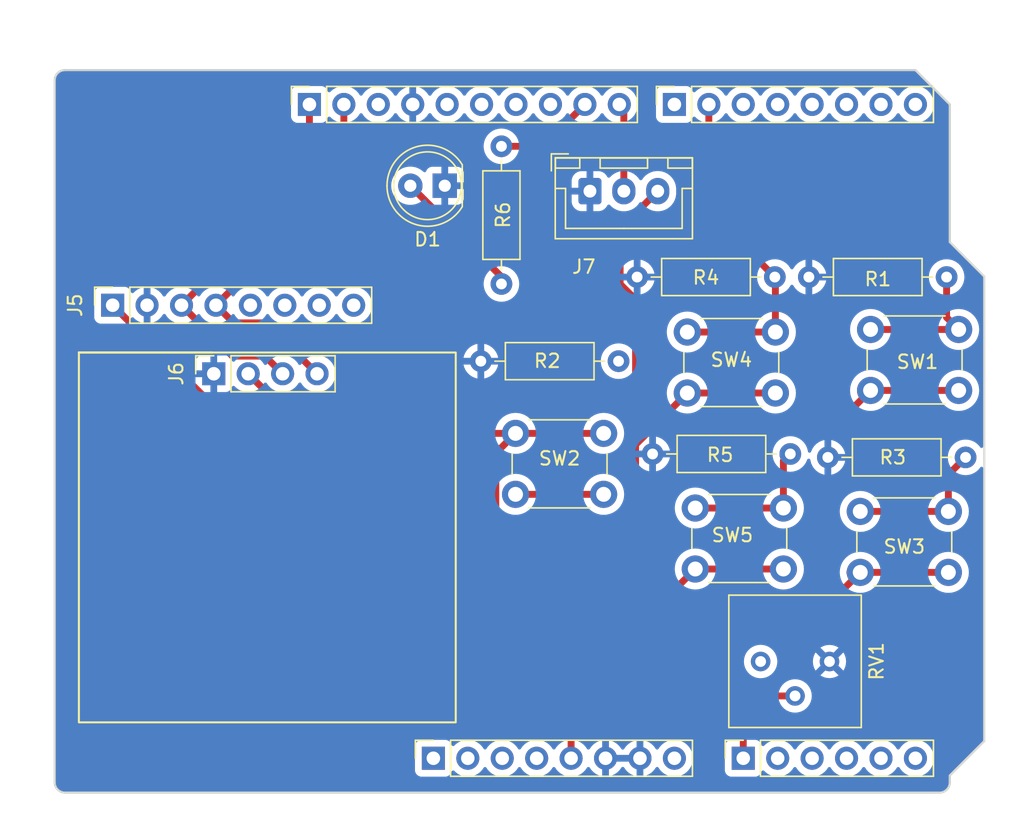
<source format=kicad_pcb>
(kicad_pcb (version 20240108) (generator "pcbnew") (generator_version "8.0")
  (title_block (date "mar. 31 mars 2015"))
  (layers (0 "F.Cu" signal) (31 "B.Cu" signal) (34 "B.Paste" user) (35 "F.Paste" user) (36 "B.SilkS" user "B.Silkscreen") (37 "F.SilkS" user "F.Silkscreen") (38 "B.Mask" user) (39 "F.Mask" user) (44 "Edge.Cuts" user))
  (net 0 "")
  (net 1 "GND")
  (net 3 "+5V")
  (net 4 "/IOREF")
  (net 5 "/A1")
  (net 6 "/A2")
  (net 7 "/A3")
  (net 8 "/SDA{slash}A4")
  (net 9 "/SCL{slash}A5")
  (net 10 "/13")
  (net 11 "/12")
  (net 12 "/AREF")
  (net 13 "/Temp_Digital")
  (net 14 "/7")
  (net 15 "/*11")
  (net 16 "/*10")
  (net 17 "/TX{slash}1")
  (net 18 "/RX{slash}0")
  (net 19 "+3V3")
  (net 20 "VCC")
  (net 21 "/~{RESET}")
  (net 22 "/I2C_SCL")
  (net 23 "/I2C_SDA")
  (net 28 "/Button_onoff")
  (net 29 "/Button_lock")
  (net 30 "/Button_units")
  (net 31 "/Button_cal")
  (net 32 "Net-(D1-A)")
  (net 33 "/LED_Light")
  (net 34 "/Temp_Sensor")
  (footprint "Connector_PinSocket_2.54mm:PinSocket_1x08_P2.54mm_Vertical" (layer "F.Cu") (at 127.94 97.46 90)
    (property "Reference" "J1" (hide yes))
    (property "Value" "Power")
    (fp_line (start 1.33 -1.33) (end 1.33 0) (stroke (width 0.12)) (layer "F.SilkS"))
    (fp_line (start 0 -1.33) (end 1.33 -1.33) (stroke (width 0.12)) (layer "F.SilkS"))
    (fp_line (start 1.33 1.27) (end 1.33 19.11) (stroke (width 0.12)) (layer "F.SilkS"))
    (fp_line (start -1.33 1.27) (end 1.33 1.27) (stroke (width 0.12)) (layer "F.SilkS"))
    (fp_line (start -1.33 1.27) (end -1.33 19.11) (stroke (width 0.12)) (layer "F.SilkS"))
    (fp_line (start -1.33 19.11) (end 1.33 19.11) (stroke (width 0.12)) (layer "F.SilkS"))
    (pad "1" thru_hole rect (at 0 0 90) (size 1.7 1.7) (drill 1) (layers "*.Cu" "*.Mask"))
    (pad "2" thru_hole oval (at 0 2.54 90) (size 1.7 1.7) (drill 1) (layers "*.Cu" "*.Mask") (net 4 "/IOREF"))
    (pad "3" thru_hole oval (at 0 5.08 90) (size 1.7 1.7) (drill 1) (layers "*.Cu" "*.Mask") (net 21 "/~{RESET}"))
    (pad "4" thru_hole oval (at 0 7.62 90) (size 1.7 1.7) (drill 1) (layers "*.Cu" "*.Mask") (net 19 "+3V3"))
    (pad "5" thru_hole oval (at 0 10.16 90) (size 1.7 1.7) (drill 1) (layers "*.Cu" "*.Mask") (net 3 "+5V"))
    (pad "6" thru_hole oval (at 0 12.7 90) (size 1.7 1.7) (drill 1) (layers "*.Cu" "*.Mask") (net 1 "GND"))
    (pad "7" thru_hole oval (at 0 15.24 90) (size 1.7 1.7) (drill 1) (layers "*.Cu" "*.Mask") (net 1 "GND"))
    (pad "8" thru_hole oval (at 0 17.78 90) (size 1.7 1.7) (drill 1) (layers "*.Cu" "*.Mask") (net 20 "VCC"))
  )
  (footprint "Connector_PinSocket_2.54mm:PinSocket_1x06_P2.54mm_Vertical" (layer "F.Cu") (at 150.8 97.46 90)
    (property "Reference" "J3" (hide yes))
    (property "Value" "Analog")
    (fp_line (start 1.33 -1.33) (end 1.33 0) (stroke (width 0.12)) (layer "F.SilkS"))
    (fp_line (start 0 -1.33) (end 1.33 -1.33) (stroke (width 0.12)) (layer "F.SilkS"))
    (fp_line (start 1.33 1.27) (end 1.33 14.03) (stroke (width 0.12)) (layer "F.SilkS"))
    (fp_line (start -1.33 1.27) (end 1.33 1.27) (stroke (width 0.12)) (layer "F.SilkS"))
    (fp_line (start -1.33 1.27) (end -1.33 14.03) (stroke (width 0.12)) (layer "F.SilkS"))
    (fp_line (start -1.33 14.03) (end 1.33 14.03) (stroke (width 0.12)) (layer "F.SilkS"))
    (pad "1" thru_hole rect (at 0 0 90) (size 1.7 1.7) (drill 1) (layers "*.Cu" "*.Mask") (net 34 "/Temp_Sensor"))
    (pad "2" thru_hole oval (at 0 2.54 90) (size 1.7 1.7) (drill 1) (layers "*.Cu" "*.Mask") (net 5 "/A1"))
    (pad "3" thru_hole oval (at 0 5.08 90) (size 1.7 1.7) (drill 1) (layers "*.Cu" "*.Mask") (net 6 "/A2"))
    (pad "4" thru_hole oval (at 0 7.62 90) (size 1.7 1.7) (drill 1) (layers "*.Cu" "*.Mask") (net 7 "/A3"))
    (pad "5" thru_hole oval (at 0 10.16 90) (size 1.7 1.7) (drill 1) (layers "*.Cu" "*.Mask") (net 8 "/SDA{slash}A4"))
    (pad "6" thru_hole oval (at 0 12.7 90) (size 1.7 1.7) (drill 1) (layers "*.Cu" "*.Mask") (net 9 "/SCL{slash}A5"))
  )
  (footprint "Connector_PinSocket_2.54mm:PinSocket_1x10_P2.54mm_Vertical" (layer "F.Cu") (at 118.796 49.2 90)
    (property "Reference" "J2" (hide yes))
    (property "Value" "Digital/PWM")
    (fp_line (start 1.33 -1.33) (end 1.33 0) (stroke (width 0.12)) (layer "F.SilkS"))
    (fp_line (start 0 -1.33) (end 1.33 -1.33) (stroke (width 0.12)) (layer "F.SilkS"))
    (fp_line (start 1.33 1.27) (end 1.33 24.19) (stroke (width 0.12)) (layer "F.SilkS"))
    (fp_line (start -1.33 1.27) (end 1.33 1.27) (stroke (width 0.12)) (layer "F.SilkS"))
    (fp_line (start -1.33 1.27) (end -1.33 24.19) (stroke (width 0.12)) (layer "F.SilkS"))
    (fp_line (start -1.33 24.19) (end 1.33 24.19) (stroke (width 0.12)) (layer "F.SilkS"))
    (pad "1" thru_hole rect (at 0 0 90) (size 1.7 1.7) (drill 1) (layers "*.Cu" "*.Mask") (net 22 "/I2C_SCL"))
    (pad "2" thru_hole oval (at 0 2.54 90) (size 1.7 1.7) (drill 1) (layers "*.Cu" "*.Mask") (net 23 "/I2C_SDA"))
    (pad "3" thru_hole oval (at 0 5.08 90) (size 1.7 1.7) (drill 1) (layers "*.Cu" "*.Mask") (net 12 "/AREF"))
    (pad "4" thru_hole oval (at 0 7.62 90) (size 1.7 1.7) (drill 1) (layers "*.Cu" "*.Mask") (net 1 "GND"))
    (pad "5" thru_hole oval (at 0 10.16 90) (size 1.7 1.7) (drill 1) (layers "*.Cu" "*.Mask") (net 10 "/13"))
    (pad "6" thru_hole oval (at 0 12.7 90) (size 1.7 1.7) (drill 1) (layers "*.Cu" "*.Mask") (net 11 "/12"))
    (pad "7" thru_hole oval (at 0 15.24 90) (size 1.7 1.7) (drill 1) (layers "*.Cu" "*.Mask") (net 15 "/*11"))
    (pad "8" thru_hole oval (at 0 17.78 90) (size 1.7 1.7) (drill 1) (layers "*.Cu" "*.Mask") (net 16 "/*10"))
    (pad "9" thru_hole oval (at 0 20.32 90) (size 1.7 1.7) (drill 1) (layers "*.Cu" "*.Mask") (net 33 "/LED_Light"))
    (pad "10" thru_hole oval (at 0 22.86 90) (size 1.7 1.7) (drill 1) (layers "*.Cu" "*.Mask") (net 13 "/Temp_Digital"))
  )
  (footprint "Connector_PinSocket_2.54mm:PinSocket_1x08_P2.54mm_Vertical" (layer "F.Cu") (at 145.72 49.2 90)
    (property "Reference" "J4" (hide yes))
    (property "Value" "Digital/PWM")
    (fp_line (start 1.33 -1.33) (end 1.33 0) (stroke (width 0.12)) (layer "F.SilkS"))
    (fp_line (start 0 -1.33) (end 1.33 -1.33) (stroke (width 0.12)) (layer "F.SilkS"))
    (fp_line (start 1.33 1.27) (end 1.33 19.11) (stroke (width 0.12)) (layer "F.SilkS"))
    (fp_line (start -1.33 1.27) (end 1.33 1.27) (stroke (width 0.12)) (layer "F.SilkS"))
    (fp_line (start -1.33 1.27) (end -1.33 19.11) (stroke (width 0.12)) (layer "F.SilkS"))
    (fp_line (start -1.33 19.11) (end 1.33 19.11) (stroke (width 0.12)) (layer "F.SilkS"))
    (pad "1" thru_hole rect (at 0 0 90) (size 1.7 1.7) (drill 1) (layers "*.Cu" "*.Mask") (net 14 "/7"))
    (pad "2" thru_hole oval (at 0 2.54 90) (size 1.7 1.7) (drill 1) (layers "*.Cu" "*.Mask") (net 29 "/Button_lock"))
    (pad "3" thru_hole oval (at 0 5.08 90) (size 1.7 1.7) (drill 1) (layers "*.Cu" "*.Mask") (net 31 "/Button_cal"))
    (pad "4" thru_hole oval (at 0 7.62 90) (size 1.7 1.7) (drill 1) (layers "*.Cu" "*.Mask") (net 30 "/Button_units"))
    (pad "5" thru_hole oval (at 0 10.16 90) (size 1.7 1.7) (drill 1) (layers "*.Cu" "*.Mask") (net 29 "/Button_lock"))
    (pad "6" thru_hole oval (at 0 12.7 90) (size 1.7 1.7) (drill 1) (layers "*.Cu" "*.Mask") (net 28 "/Button_onoff"))
    (pad "7" thru_hole oval (at 0 15.24 90) (size 1.7 1.7) (drill 1) (layers "*.Cu" "*.Mask") (net 17 "/TX{slash}1"))
    (pad "8" thru_hole oval (at 0 17.78 90) (size 1.7 1.7) (drill 1) (layers "*.Cu" "*.Mask") (net 18 "/RX{slash}0"))
  )
  (footprint "Button_Switch_THT:SW_PUSH_6mm" (layer "F.Cu") (at 140.5 77.98 180)
    (property "Reference" "SW2" (at 3.25 2.65 360) (layer "F.SilkS"))
    (property "Value" "SW_SPST")
    (fp_line (start 6.75 3) (end 6.75 1.5) (stroke (width 0.12)) (layer "F.SilkS"))
    (fp_line (start 5.5 -1) (end 1 -1) (stroke (width 0.12)) (layer "F.SilkS"))
    (fp_line (start 1 5.5) (end 5.5 5.5) (stroke (width 0.12)) (layer "F.SilkS"))
    (fp_line (start -0.25 1.5) (end -0.25 3) (stroke (width 0.12)) (layer "F.SilkS"))
    (pad "1" thru_hole circle (at 0 0 270) (size 2 2) (drill 1.1) (layers "*.Cu" "*.Mask") (net 30 "/Button_units"))
    (pad "1" thru_hole circle (at 6.5 0 270) (size 2 2) (drill 1.1) (layers "*.Cu" "*.Mask") (net 30 "/Button_units"))
    (pad "2" thru_hole circle (at 0 4.5 270) (size 2 2) (drill 1.1) (layers "*.Cu" "*.Mask") (net 3 "+5V"))
    (pad "2" thru_hole circle (at 6.5 4.5 270) (size 2 2) (drill 1.1) (layers "*.Cu" "*.Mask") (net 3 "+5V"))
  )
  (footprint "Potentiometer_THT:Potentiometer_Bourns_3386P_Vertical" (layer "F.Cu") (at 152.08 90.32 -90)
    (property "Reference" "RV1" (at -0.015 -8.555 90) (layer "F.SilkS"))
    (property "Value" "10k")
    (fp_line (start -4.9 2.345) (end 4.87 2.345) (stroke (width 0.12)) (layer "F.SilkS"))
    (fp_line (start -4.9 -7.425) (end -4.9 2.345) (stroke (width 0.12)) (layer "F.SilkS"))
    (fp_line (start -4.9 -7.425) (end 4.87 -7.425) (stroke (width 0.12)) (layer "F.SilkS"))
    (fp_line (start 4.87 -7.425) (end 4.87 2.345) (stroke (width 0.12)) (layer "F.SilkS"))
    (pad "1" thru_hole circle (at 0 0 270) (size 1.44 1.44) (drill 0.8) (layers "*.Cu" "*.Mask") (net 3 "+5V"))
    (pad "2" thru_hole circle (at 2.54 -2.54 270) (size 1.44 1.44) (drill 0.8) (layers "*.Cu" "*.Mask") (net 34 "/Temp_Sensor"))
    (pad "3" thru_hole circle (at 0 -5.08 270) (size 1.44 1.44) (drill 0.8) (layers "*.Cu" "*.Mask") (net 1 "GND"))
  )
  (footprint "Button_Switch_THT:SW_PUSH_6mm" (layer "F.Cu") (at 160.19 65.81)
    (property "Reference" "SW1" (at 3.46 2.39 0) (layer "F.SilkS"))
    (property "Value" "SW_SPST")
    (fp_line (start -0.25 1.5) (end -0.25 3) (stroke (width 0.12)) (layer "F.SilkS"))
    (fp_line (start 1 5.5) (end 5.5 5.5) (stroke (width 0.12)) (layer "F.SilkS"))
    (fp_line (start 5.5 -1) (end 1 -1) (stroke (width 0.12)) (layer "F.SilkS"))
    (fp_line (start 6.75 3) (end 6.75 1.5) (stroke (width 0.12)) (layer "F.SilkS"))
    (pad "1" thru_hole circle (at 0 0 90) (size 2 2) (drill 1.1) (layers "*.Cu" "*.Mask") (net 28 "/Button_onoff"))
    (pad "1" thru_hole circle (at 6.5 0 90) (size 2 2) (drill 1.1) (layers "*.Cu" "*.Mask") (net 28 "/Button_onoff"))
    (pad "2" thru_hole circle (at 0 4.5 90) (size 2 2) (drill 1.1) (layers "*.Cu" "*.Mask") (net 3 "+5V"))
    (pad "2" thru_hole circle (at 6.5 4.5 90) (size 2 2) (drill 1.1) (layers "*.Cu" "*.Mask") (net 3 "+5V"))
  )
  (footprint "Connector_JST:JST_XH_B3B-XH-A_1x03_P2.50mm_Vertical" (layer "F.Cu") (at 139.49 55.6)
    (property "Reference" "J7" (at -0.45 5.58 360) (layer "F.SilkS"))
    (property "Value" "CONN_TEMP")
    (fp_line (start -2.85 -2.75) (end -2.85 -1.5) (stroke (width 0.12)) (layer "F.SilkS"))
    (fp_line (start -2.56 -2.46) (end -2.56 3.51) (stroke (width 0.12)) (layer "F.SilkS"))
    (fp_line (start -2.56 3.51) (end 7.56 3.51) (stroke (width 0.12)) (layer "F.SilkS"))
    (fp_line (start -2.55 -2.45) (end -2.55 -1.7) (stroke (width 0.12)) (layer "F.SilkS"))
    (fp_line (start -2.55 -1.7) (end -0.75 -1.7) (stroke (width 0.12)) (layer "F.SilkS"))
    (fp_line (start -2.55 -0.2) (end -1.8 -0.2) (stroke (width 0.12)) (layer "F.SilkS"))
    (fp_line (start -1.8 -0.2) (end -1.8 2.75) (stroke (width 0.12)) (layer "F.SilkS"))
    (fp_line (start -1.8 2.75) (end 2.5 2.75) (stroke (width 0.12)) (layer "F.SilkS"))
    (fp_line (start -1.6 -2.75) (end -2.85 -2.75) (stroke (width 0.12)) (layer "F.SilkS"))
    (fp_line (start -0.75 -2.45) (end -2.55 -2.45) (stroke (width 0.12)) (layer "F.SilkS"))
    (fp_line (start -0.75 -1.7) (end -0.75 -2.45) (stroke (width 0.12)) (layer "F.SilkS"))
    (fp_line (start 0.75 -2.45) (end 0.75 -1.7) (stroke (width 0.12)) (layer "F.SilkS"))
    (fp_line (start 0.75 -1.7) (end 4.25 -1.7) (stroke (width 0.12)) (layer "F.SilkS"))
    (fp_line (start 4.25 -2.45) (end 0.75 -2.45) (stroke (width 0.12)) (layer "F.SilkS"))
    (fp_line (start 4.25 -1.7) (end 4.25 -2.45) (stroke (width 0.12)) (layer "F.SilkS"))
    (fp_line (start 5.75 -2.45) (end 5.75 -1.7) (stroke (width 0.12)) (layer "F.SilkS"))
    (fp_line (start 5.75 -1.7) (end 7.55 -1.7) (stroke (width 0.12)) (layer "F.SilkS"))
    (fp_line (start 6.8 -0.2) (end 6.8 2.75) (stroke (width 0.12)) (layer "F.SilkS"))
    (fp_line (start 6.8 2.75) (end 2.5 2.75) (stroke (width 0.12)) (layer "F.SilkS"))
    (fp_line (start 7.55 -2.45) (end 5.75 -2.45) (stroke (width 0.12)) (layer "F.SilkS"))
    (fp_line (start 7.55 -1.7) (end 7.55 -2.45) (stroke (width 0.12)) (layer "F.SilkS"))
    (fp_line (start 7.55 -0.2) (end 6.8 -0.2) (stroke (width 0.12)) (layer "F.SilkS"))
    (fp_line (start 7.56 -2.46) (end -2.56 -2.46) (stroke (width 0.12)) (layer "F.SilkS"))
    (fp_line (start 7.56 3.51) (end 7.56 -2.46) (stroke (width 0.12)) (layer "F.SilkS"))
    (pad "1" thru_hole roundrect (at 0 0) (size 1.7 1.95) (drill 0.95) (layers "*.Cu" "*.Mask") (roundrect_rratio 0.147059) (net 1 "GND"))
    (pad "2" thru_hole oval (at 2.5 0) (size 1.7 1.95) (drill 0.95) (layers "*.Cu" "*.Mask") (net 13 "/Temp_Digital"))
    (pad "3" thru_hole oval (at 5 0) (size 1.7 1.95) (drill 0.95) (layers "*.Cu" "*.Mask") (net 3 "+5V"))
  )
  (footprint "Resistor_THT:R_Axial_DIN0207_L6.3mm_D2.5mm_P10.16mm_Horizontal" (layer "F.Cu") (at 154.27 75 180)
    (property "Reference" "R5" (at 5.18 -0.07 180) (layer "F.SilkS"))
    (property "Value" "100k")
    (fp_line (start 9.12 0) (end 8.35 0) (stroke (width 0.12)) (layer "F.SilkS"))
    (fp_line (start 8.35 1.37) (end 8.35 -1.37) (stroke (width 0.12)) (layer "F.SilkS"))
    (fp_line (start 8.35 -1.37) (end 1.81 -1.37) (stroke (width 0.12)) (layer "F.SilkS"))
    (fp_line (start 1.81 1.37) (end 8.35 1.37) (stroke (width 0.12)) (layer "F.SilkS"))
    (fp_line (start 1.81 -1.37) (end 1.81 1.37) (stroke (width 0.12)) (layer "F.SilkS"))
    (fp_line (start 1.04 0) (end 1.81 0) (stroke (width 0.12)) (layer "F.SilkS"))
    (pad "1" thru_hole circle (at 0 0 180) (size 1.6 1.6) (drill 0.8) (layers "*.Cu" "*.Mask") (net 31 "/Button_cal"))
    (pad "2" thru_hole oval (at 10.16 0 180) (size 1.6 1.6) (drill 0.8) (layers "*.Cu" "*.Mask") (net 1 "GND"))
  )
  (footprint "Resistor_THT:R_Axial_DIN0207_L6.3mm_D2.5mm_P10.16mm_Horizontal" (layer "F.Cu") (at 165.8 61.94 180)
    (property "Reference" "R1" (at 5.07 -0.16 180) (layer "F.SilkS"))
    (property "Value" "100k")
    (fp_line (start 9.12 0) (end 8.35 0) (stroke (width 0.12)) (layer "F.SilkS"))
    (fp_line (start 8.35 1.37) (end 8.35 -1.37) (stroke (width 0.12)) (layer "F.SilkS"))
    (fp_line (start 8.35 -1.37) (end 1.81 -1.37) (stroke (width 0.12)) (layer "F.SilkS"))
    (fp_line (start 1.81 1.37) (end 8.35 1.37) (stroke (width 0.12)) (layer "F.SilkS"))
    (fp_line (start 1.81 -1.37) (end 1.81 1.37) (stroke (width 0.12)) (layer "F.SilkS"))
    (fp_line (start 1.04 0) (end 1.81 0) (stroke (width 0.12)) (layer "F.SilkS"))
    (pad "1" thru_hole circle (at 0 0 180) (size 1.6 1.6) (drill 0.8) (layers "*.Cu" "*.Mask") (net 28 "/Button_onoff"))
    (pad "2" thru_hole oval (at 10.16 0 180) (size 1.6 1.6) (drill 0.8) (layers "*.Cu" "*.Mask") (net 1 "GND"))
  )
  (footprint "Resistor_THT:R_Axial_DIN0207_L6.3mm_D2.5mm_P10.16mm_Horizontal" (layer "F.Cu") (at 141.6 68.15 180)
    (property "Reference" "R2" (at 5.26 0.02 180) (layer "F.SilkS"))
    (property "Value" "100k")
    (fp_line (start 9.12 0) (end 8.35 0) (stroke (width 0.12)) (layer "F.SilkS"))
    (fp_line (start 8.35 1.37) (end 8.35 -1.37) (stroke (width 0.12)) (layer "F.SilkS"))
    (fp_line (start 8.35 -1.37) (end 1.81 -1.37) (stroke (width 0.12)) (layer "F.SilkS"))
    (fp_line (start 1.81 1.37) (end 8.35 1.37) (stroke (width 0.12)) (layer "F.SilkS"))
    (fp_line (start 1.81 -1.37) (end 1.81 1.37) (stroke (width 0.12)) (layer "F.SilkS"))
    (fp_line (start 1.04 0) (end 1.81 0) (stroke (width 0.12)) (layer "F.SilkS"))
    (pad "1" thru_hole circle (at 0 0 180) (size 1.6 1.6) (drill 0.8) (layers "*.Cu" "*.Mask") (net 30 "/Button_units"))
    (pad "2" thru_hole oval (at 10.16 0 180) (size 1.6 1.6) (drill 0.8) (layers "*.Cu" "*.Mask") (net 1 "GND"))
  )
  (footprint "Connector_PinSocket_2.54mm:PinSocket_1x08_P2.54mm_Vertical" (layer "F.Cu") (at 104.28 64.02 90)
    (property "Reference" "J5" (at 0 -2.77 90) (layer "F.SilkS"))
    (property "Value" "CONN_GYRO")
    (fp_line (start 1.33 -1.33) (end 1.33 0) (stroke (width 0.12)) (layer "F.SilkS"))
    (fp_line (start 0 -1.33) (end 1.33 -1.33) (stroke (width 0.12)) (layer "F.SilkS"))
    (fp_line (start 1.33 1.27) (end 1.33 19.11) (stroke (width 0.12)) (layer "F.SilkS"))
    (fp_line (start -1.33 1.27) (end 1.33 1.27) (stroke (width 0.12)) (layer "F.SilkS"))
    (fp_line (start -1.33 1.27) (end -1.33 19.11) (stroke (width 0.12)) (layer "F.SilkS"))
    (fp_line (start -1.33 19.11) (end 1.33 19.11) (stroke (width 0.12)) (layer "F.SilkS"))
    (pad "1" thru_hole rect (at 0 0 90) (size 1.7 1.7) (drill 1) (layers "*.Cu" "*.Mask") (net 3 "+5V"))
    (pad "2" thru_hole oval (at 0 2.54 90) (size 1.7 1.7) (drill 1) (layers "*.Cu" "*.Mask") (net 1 "GND"))
    (pad "3" thru_hole oval (at 0 5.08 90) (size 1.7 1.7) (drill 1) (layers "*.Cu" "*.Mask") (net 22 "/I2C_SCL"))
    (pad "4" thru_hole oval (at 0 7.62 90) (size 1.7 1.7) (drill 1) (layers "*.Cu" "*.Mask") (net 23 "/I2C_SDA"))
    (pad "5" thru_hole oval (at 0 10.16 90) (size 1.7 1.7) (drill 1) (layers "*.Cu" "*.Mask"))
    (pad "6" thru_hole oval (at 0 12.7 90) (size 1.7 1.7) (drill 1) (layers "*.Cu" "*.Mask"))
    (pad "7" thru_hole oval (at 0 15.24 90) (size 1.7 1.7) (drill 1) (layers "*.Cu" "*.Mask"))
    (pad "8" thru_hole oval (at 0 17.78 90) (size 1.7 1.7) (drill 1) (layers "*.Cu" "*.Mask"))
  )
  (footprint "Resistor_THT:R_Axial_DIN0207_L6.3mm_D2.5mm_P10.16mm_Horizontal" (layer "F.Cu") (at 132.96 52.29 -90)
    (property "Reference" "R6" (at 5.07 -0.12 90) (layer "F.SilkS"))
    (property "Value" "1k")
    (fp_line (start 1.81 1.37) (end 8.35 1.37) (stroke (width 0.12)) (layer "F.SilkS"))
    (fp_line (start 8.35 1.37) (end 8.35 -1.37) (stroke (width 0.12)) (layer "F.SilkS"))
    (fp_line (start 1.04 0) (end 1.81 0) (stroke (width 0.12)) (layer "F.SilkS"))
    (fp_line (start 9.12 0) (end 8.35 0) (stroke (width 0.12)) (layer "F.SilkS"))
    (fp_line (start 1.81 -1.37) (end 1.81 1.37) (stroke (width 0.12)) (layer "F.SilkS"))
    (fp_line (start 8.35 -1.37) (end 1.81 -1.37) (stroke (width 0.12)) (layer "F.SilkS"))
    (pad "1" thru_hole circle (at 0 0 270) (size 1.6 1.6) (drill 0.8) (layers "*.Cu" "*.Mask") (net 33 "/LED_Light"))
    (pad "2" thru_hole oval (at 10.16 0 270) (size 1.6 1.6) (drill 0.8) (layers "*.Cu" "*.Mask") (net 32 "Net-(D1-A)"))
  )
  (footprint "Resistor_THT:R_Axial_DIN0207_L6.3mm_D2.5mm_P10.16mm_Horizontal" (layer "F.Cu") (at 153.13 61.94 180)
    (property "Reference" "R4" (at 5.08 -0.04 180) (layer "F.SilkS"))
    (property "Value" "100k")
    (fp_line (start 9.12 0) (end 8.35 0) (stroke (width 0.12)) (layer "F.SilkS"))
    (fp_line (start 8.35 1.37) (end 8.35 -1.37) (stroke (width 0.12)) (layer "F.SilkS"))
    (fp_line (start 8.35 -1.37) (end 1.81 -1.37) (stroke (width 0.12)) (layer "F.SilkS"))
    (fp_line (start 1.81 1.37) (end 8.35 1.37) (stroke (width 0.12)) (layer "F.SilkS"))
    (fp_line (start 1.81 -1.37) (end 1.81 1.37) (stroke (width 0.12)) (layer "F.SilkS"))
    (fp_line (start 1.04 0) (end 1.81 0) (stroke (width 0.12)) (layer "F.SilkS"))
    (pad "1" thru_hole circle (at 0 0 180) (size 1.6 1.6) (drill 0.8) (layers "*.Cu" "*.Mask") (net 29 "/Button_lock"))
    (pad "2" thru_hole oval (at 10.16 0 180) (size 1.6 1.6) (drill 0.8) (layers "*.Cu" "*.Mask") (net 1 "GND"))
  )
  (footprint "Button_Switch_THT:SW_PUSH_6mm" (layer "F.Cu") (at 147.26 78.99)
    (property "Reference" "SW5" (at 2.74 2 360) (layer "F.SilkS"))
    (property "Value" "SW_SPST")
    (fp_line (start -0.25 1.5) (end -0.25 3) (stroke (width 0.12)) (layer "F.SilkS"))
    (fp_line (start 1 5.5) (end 5.5 5.5) (stroke (width 0.12)) (layer "F.SilkS"))
    (fp_line (start 5.5 -1) (end 1 -1) (stroke (width 0.12)) (layer "F.SilkS"))
    (fp_line (start 6.75 3) (end 6.75 1.5) (stroke (width 0.12)) (layer "F.SilkS"))
    (pad "1" thru_hole circle (at 0 0 90) (size 2 2) (drill 1.1) (layers "*.Cu" "*.Mask") (net 31 "/Button_cal"))
    (pad "1" thru_hole circle (at 6.5 0 90) (size 2 2) (drill 1.1) (layers "*.Cu" "*.Mask") (net 31 "/Button_cal"))
    (pad "2" thru_hole circle (at 0 4.5 90) (size 2 2) (drill 1.1) (layers "*.Cu" "*.Mask") (net 3 "+5V"))
    (pad "2" thru_hole circle (at 6.5 4.5 90) (size 2 2) (drill 1.1) (layers "*.Cu" "*.Mask") (net 3 "+5V"))
  )
  (footprint "Resistor_THT:R_Axial_DIN0207_L6.3mm_D2.5mm_P10.16mm_Horizontal" (layer "F.Cu") (at 167.2 75.25 180)
    (property "Reference" "R3" (at 5.37 0 180) (layer "F.SilkS"))
    (property "Value" "100k")
    (fp_line (start 9.12 0) (end 8.35 0) (stroke (width 0.12)) (layer "F.SilkS"))
    (fp_line (start 8.35 1.37) (end 8.35 -1.37) (stroke (width 0.12)) (layer "F.SilkS"))
    (fp_line (start 8.35 -1.37) (end 1.81 -1.37) (stroke (width 0.12)) (layer "F.SilkS"))
    (fp_line (start 1.81 1.37) (end 8.35 1.37) (stroke (width 0.12)) (layer "F.SilkS"))
    (fp_line (start 1.81 -1.37) (end 1.81 1.37) (stroke (width 0.12)) (layer "F.SilkS"))
    (fp_line (start 1.04 0) (end 1.81 0) (stroke (width 0.12)) (layer "F.SilkS"))
    (pad "1" thru_hole circle (at 0 0 180) (size 1.6 1.6) (drill 0.8) (layers "*.Cu" "*.Mask") (net 31 "/Button_cal"))
    (pad "2" thru_hole oval (at 10.16 0 180) (size 1.6 1.6) (drill 0.8) (layers "*.Cu" "*.Mask") (net 1 "GND"))
  )
  (footprint "Button_Switch_THT:SW_PUSH_6mm" (layer "F.Cu") (at 146.67 66)
    (property "Reference" "SW4" (at 3.25 2.05 360) (layer "F.SilkS"))
    (property "Value" "SW_SPST")
    (fp_line (start -0.25 1.5) (end -0.25 3) (stroke (width 0.12)) (layer "F.SilkS"))
    (fp_line (start 1 5.5) (end 5.5 5.5) (stroke (width 0.12)) (layer "F.SilkS"))
    (fp_line (start 5.5 -1) (end 1 -1) (stroke (width 0.12)) (layer "F.SilkS"))
    (fp_line (start 6.75 3) (end 6.75 1.5) (stroke (width 0.12)) (layer "F.SilkS"))
    (pad "1" thru_hole circle (at 0 0 90) (size 2 2) (drill 1.1) (layers "*.Cu" "*.Mask") (net 29 "/Button_lock"))
    (pad "1" thru_hole circle (at 6.5 0 90) (size 2 2) (drill 1.1) (layers "*.Cu" "*.Mask") (net 29 "/Button_lock"))
    (pad "2" thru_hole circle (at 0 4.5 90) (size 2 2) (drill 1.1) (layers "*.Cu" "*.Mask") (net 3 "+5V"))
    (pad "2" thru_hole circle (at 6.5 4.5 90) (size 2 2) (drill 1.1) (layers "*.Cu" "*.Mask") (net 3 "+5V"))
  )
  (footprint "Connector_PinSocket_2.54mm:PinSocket_1x04_P2.54mm_Vertical" (layer "F.Cu") (at 111.74 69.08 90)
    (property "Reference" "J6" (at 0 -2.77 90) (layer "F.SilkS"))
    (property "Value" "CONN_DISPLSAY")
    (fp_line (start 1.33 -1.33) (end 1.33 0) (stroke (width 0.12)) (layer "F.SilkS"))
    (fp_line (start 0 -1.33) (end 1.33 -1.33) (stroke (width 0.12)) (layer "F.SilkS"))
    (fp_line (start 1.33 1.27) (end 1.33 8.95) (stroke (width 0.12)) (layer "F.SilkS"))
    (fp_line (start -1.33 1.27) (end 1.33 1.27) (stroke (width 0.12)) (layer "F.SilkS"))
    (fp_line (start -1.33 1.27) (end -1.33 8.95) (stroke (width 0.12)) (layer "F.SilkS"))
    (fp_line (start -1.33 8.95) (end 1.33 8.95) (stroke (width 0.12)) (layer "F.SilkS"))
    (pad "1" thru_hole rect (at 0 0 90) (size 1.7 1.7) (drill 1) (layers "*.Cu" "*.Mask") (net 1 "GND"))
    (pad "2" thru_hole oval (at 0 2.54 90) (size 1.7 1.7) (drill 1) (layers "*.Cu" "*.Mask") (net 3 "+5V"))
    (pad "3" thru_hole oval (at 0 5.08 90) (size 1.7 1.7) (drill 1) (layers "*.Cu" "*.Mask") (net 22 "/I2C_SCL"))
    (pad "4" thru_hole oval (at 0 7.62 90) (size 1.7 1.7) (drill 1) (layers "*.Cu" "*.Mask") (net 23 "/I2C_SDA"))
  )
  (footprint "LED_THT:LED_D5.0mm" (layer "F.Cu") (at 128.78 55.2 180)
    (property "Reference" "D1" (at 1.27 -3.96 360) (layer "F.SilkS"))
    (property "Value" "LED")
    (fp_line (start -1.29 -1.545) (end -1.29 1.545) (stroke (width 0.12)) (layer "F.SilkS"))
    (fp_arc (start 4.26 0.000048) (mid 2.071756 2.880501) (end -1.29 1.54483) (stroke (width 0.12)) (layer "F.SilkS"))
    (fp_arc (start -1.29 -1.54483) (mid 2.071756 -2.880501) (end 4.26 -0.000048) (stroke (width 0.12)) (layer "F.SilkS"))
    (fp_circle (center 1.27 0) (end 3.77 0) (stroke (width 0.12)) (fill none) (layer "F.SilkS"))
    (pad "1" thru_hole rect (at 0 0 180) (size 1.8 1.8) (drill 0.9) (layers "*.Cu" "*.Mask") (net 1 "GND"))
    (pad "2" thru_hole circle (at 2.54 0 180) (size 1.8 1.8) (drill 0.9) (layers "*.Cu" "*.Mask") (net 32 "Net-(D1-A)"))
  )
  (footprint "Button_Switch_THT:SW_PUSH_6mm" (layer "F.Cu") (at 159.43 79.24)
    (property "Reference" "SW3" (at 3.25 2.6 360) (layer "F.SilkS"))
    (property "Value" "SW_SPST")
    (fp_line (start -0.25 1.5) (end -0.25 3) (stroke (width 0.12)) (layer "F.SilkS"))
    (fp_line (start 1 5.5) (end 5.5 5.5) (stroke (width 0.12)) (layer "F.SilkS"))
    (fp_line (start 5.5 -1) (end 1 -1) (stroke (width 0.12)) (layer "F.SilkS"))
    (fp_line (start 6.75 3) (end 6.75 1.5) (stroke (width 0.12)) (layer "F.SilkS"))
    (pad "1" thru_hole circle (at 0 0 90) (size 2 2) (drill 1.1) (layers "*.Cu" "*.Mask") (net 31 "/Button_cal"))
    (pad "1" thru_hole circle (at 6.5 0 90) (size 2 2) (drill 1.1) (layers "*.Cu" "*.Mask") (net 31 "/Button_cal"))
    (pad "2" thru_hole circle (at 0 4.5 90) (size 2 2) (drill 1.1) (layers "*.Cu" "*.Mask") (net 3 "+5V"))
    (pad "2" thru_hole circle (at 6.5 4.5 90) (size 2 2) (drill 1.1) (layers "*.Cu" "*.Mask") (net 3 "+5V"))
  )
  (gr_line (start 101.79 67.51) (end 111.63 67.51) (stroke (width 0.15)) (layer "F.SilkS"))
  (gr_rect (start 101.79 67.51) (end 129.59 94.81) (stroke (width 0.15)) (fill none) (layer "F.SilkS"))
  (gr_line (start 166.04 59.36) (end 168.58 61.9) (stroke (width 0.15)) (layer "Edge.Cuts"))
  (gr_line (start 100 99.238) (end 100 47.422) (stroke (width 0.15)) (layer "Edge.Cuts"))
  (gr_line (start 168.58 61.9) (end 168.58 96.19) (stroke (width 0.15)) (layer "Edge.Cuts"))
  (gr_line (start 165.278 100) (end 100.762 100) (stroke (width 0.15)) (layer "Edge.Cuts"))
  (gr_line (start 100.762 46.66) (end 163.5 46.66) (stroke (width 0.15)) (layer "Edge.Cuts"))
  (gr_arc (start 100.762 100) (mid 100.223185 99.776815) (end 100 99.238) (stroke (width 0.15)) (layer "Edge.Cuts"))
  (gr_line (start 168.58 96.19) (end 166.04 98.73) (stroke (width 0.15)) (layer "Edge.Cuts"))
  (gr_line (start 163.5 46.66) (end 166.04 49.2) (stroke (width 0.15)) (layer "Edge.Cuts"))
  (gr_arc (start 166.04 99.238) (mid 165.816815 99.776815) (end 165.278 100) (stroke (width 0.15)) (layer "Edge.Cuts"))
  (gr_line (start 166.04 49.2) (end 166.04 59.36) (stroke (width 0.15)) (layer "Edge.Cuts"))
  (gr_line (start 166.04 98.73) (end 166.04 99.238) (stroke (width 0.15)) (layer "Edge.Cuts"))
  (gr_arc (start 100 47.422) (mid 100.223185 46.883185) (end 100.762 46.66) (stroke (width 0.15)) (layer "Edge.Cuts"))
  (segment (start 113.74 73.48) (end 104.28 64.02) (width 0.508) (layer "F.Cu") (net 3))
  (segment (start 146.67 70.5) (end 153.17 70.5) (width 0.508) (layer "F.Cu") (net 3))
  (segment (start 132.546 74.934) (end 134 73.48) (width 0.508) (layer "F.Cu") (net 3))
  (segment (start 160.19 70.31) (end 166.69 70.31) (width 0.508) (layer "F.Cu") (net 3))
  (segment (start 132.546 87.096) (end 132.546 74.934) (width 0.508) (layer "F.Cu") (net 3))
  (segment (start 159.43 83.74) (end 165.93 83.74) (width 0.508) (layer "F.Cu") (net 3))
  (segment (start 142.856 74.314) (end 142.856 63.599424) (width 0.508) (layer "F.Cu") (net 3))
  (segment (start 118.68 73.48) (end 113.74 73.48) (width 0.508) (layer "F.Cu") (net 3))
  (segment (start 142.856 74.314) (end 144.51 72.66) (width 0.508) (layer "F.Cu") (net 3))
  (segment (start 144.51 72.66) (end 144.65 72.52) (width 0.508) (layer "F.Cu") (net 3))
  (segment (start 144.775 85.975) (end 142.856 84.056) (width 0.508) (layer "F.Cu") (net 3))
  (segment (start 138.1 97.46) (end 138.1 92.65) (width 0.508) (layer "F.Cu") (net 3))
  (segment (start 144.775 85.975) (end 147.26 83.49) (width 0.508) (layer "F.Cu") (net 3))
  (segment (start 142.856 84.056) (end 142.856 74.314) (width 0.508) (layer "F.Cu") (net 3))
  (segment (start 138.1 92.65) (end 132.546 87.096) (width 0.508) (layer "F.Cu") (net 3))
  (segment (start 158.66 83.74) (end 159.43 83.74) (width 0.508) (layer "F.Cu") (net 3))
  (segment (start 118.68 73.48) (end 114.28 69.08) (width 0.508) (layer "F.Cu") (net 3))
  (segment (start 134 73.48) (end 118.68 73.48) (width 0.508) (layer "F.Cu") (net 3))
  (segment (start 144.51 72.66) (end 146.67 70.5) (width 0.508) (layer "F.Cu") (net 3))
  (segment (start 157.195 85.975) (end 159.43 83.74) (width 0.508) (layer "F.Cu") (net 3))
  (segment (start 138.1 92.65) (end 144.775 85.975) (width 0.508) (layer "F.Cu") (net 3))
  (segment (start 144.775 85.975) (end 157.195 85.975) (width 0.508) (layer "F.Cu") (net 3))
  (segment (start 141.716 58.374) (end 144.49 55.6) (width 0.508) (layer "F.Cu") (net 3))
  (segment (start 141.716 62.459424) (end 141.716 58.374) (width 0.508) (layer "F.Cu") (net 3))
  (segment (start 157.98 72.52) (end 160.19 70.31) (width 0.508) (layer "F.Cu") (net 3))
  (segment (start 140.5 73.48) (end 134 73.48) (width 0.508) (layer "F.Cu") (net 3))
  (segment (start 142.856 63.599424) (end 141.716 62.459424) (width 0.508) (layer "F.Cu") (net 3))
  (segment (start 153.76 83.49) (end 147.26 83.49) (width 0.508) (layer "F.Cu") (net 3))
  (segment (start 144.65 72.52) (end 157.98 72.52) (width 0.508) (layer "F.Cu") (net 3))
  (segment (start 141.99 55.6) (end 141.99 49.534) (width 0.508) (layer "F.Cu") (net 13))
  (segment (start 141.99 49.534) (end 141.656 49.2) (width 0.508) (layer "F.Cu") (net 13))
  (segment (start 109.36 64.02) (end 118.796 54.584) (width 0.508) (layer "F.Cu") (net 22))
  (segment (start 118.796 54.584) (end 118.796 49.2) (width 0.508) (layer "F.Cu") (net 22))
  (segment (start 115.516 67.776) (end 116.82 69.08) (width 0.508) (layer "F.Cu") (net 22))
  (segment (start 109.36 64.02) (end 113.116 67.776) (width 0.508) (layer "F.Cu") (net 22))
  (segment (start 113.116 67.776) (end 115.516 67.776) (width 0.508) (layer "F.Cu") (net 22))
  (segment (start 121.336 54.584) (end 121.336 49.2) (width 0.508) (layer "F.Cu") (net 23))
  (segment (start 113.204 65.324) (end 115.604 65.324) (width 0.508) (layer "F.Cu") (net 23))
  (segment (start 111.9 64.02) (end 121.336 54.584) (width 0.508) (layer "F.Cu") (net 23))
  (segment (start 115.604 65.324) (end 119.36 69.08) (width 0.508) (layer "F.Cu") (net 23))
  (segment (start 111.9 64.02) (end 113.204 65.324) (width 0.508) (layer "F.Cu") (net 23))
  (segment (start 165.8 64.92) (end 166.69 65.81) (width 0.508) (layer "F.Cu") (net 28))
  (segment (start 160.19 65.81) (end 166.69 65.81) (width 0.508) (layer "F.Cu") (net 28))
  (segment (start 165.8 61.94) (end 165.8 64.92) (width 0.508) (layer "F.Cu") (net 28))
  (segment (start 153.17 66) (end 153.17 61.98) (width 0.508) (layer "F.Cu") (net 29))
  (segment (start 146.67 66) (end 153.17 66) (width 0.508) (layer "F.Cu") (net 29))
  (segment (start 148.26 49.2) (end 148.26 57.07) (width 0.508) (layer "F.Cu") (net 29))
  (segment (start 148.26 57.07) (end 153.13 61.94) (width 0.508) (layer "F.Cu") (net 29))
  (segment (start 153.17 61.98) (end 153.13 61.94) (width 0.508) (layer "F.Cu") (net 29))
  (segment (start 134 77.98) (end 140.5 77.98) (width 0.508) (layer "F.Cu") (net 30))
  (segment (start 141.01 78.49) (end 140.5 77.98) (width 0.508) (layer "F.Cu") (net 30))
  (segment (start 159.43 79.24) (end 165.93 79.24) (width 0.508) (layer "F.Cu") (net 31))
  (segment (start 165.93 79.24) (end 165.93 76.52) (width 0.508) (layer "F.Cu") (net 31))
  (segment (start 153.76 75.51) (end 154.27 75) (width 0.508) (layer "F.Cu") (net 31))
  (segment (start 165.93 76.52) (end 167.2 75.25) (width 0.508) (layer "F.Cu") (net 31))
  (segment (start 147.26 78.99) (end 153.76 78.99) (width 0.508) (layer "F.Cu") (net 31))
  (segment (start 153.76 78.99) (end 153.76 75.51) (width 0.508) (layer "F.Cu") (net 31))
  (segment (start 126.24 55.2) (end 132.96 61.92) (width 0.508) (layer "F.Cu") (net 32))
  (segment (start 132.96 61.92) (end 132.96 62.45) (width 0.508) (layer "F.Cu") (net 32))
  (segment (start 132.96 52.29) (end 136.026 52.29) (width 0.508) (layer "F.Cu") (net 33))
  (segment (start 136.026 52.29) (end 139.116 49.2) (width 0.508) (layer "F.Cu") (net 33))
  (segment (start 150.8 94.46) (end 152.4 92.86) (width 0.508) (layer "F.Cu") (net 34))
  (segment (start 150.8 97.46) (end 150.8 94.46) (width 0.508) (layer "F.Cu") (net 34))
  (segment (start 152.4 92.86) (end 154.62 92.86) (width 0.508) (layer "F.Cu") (net 34))
  (zone (net 1) (net_name "GND") (layer "B.Cu") (connect_pads (clearance 0.508)) (min_thickness 0.25) (fill yes (thermal_gap 0.5) (thermal_bridge_width 0.5))
    (polygon (pts (xy 95.97 41.49) (xy 171.52 45.88) (xy 171.39 102.07) (xy 96.39 101.81)))
  )
)
</source>
